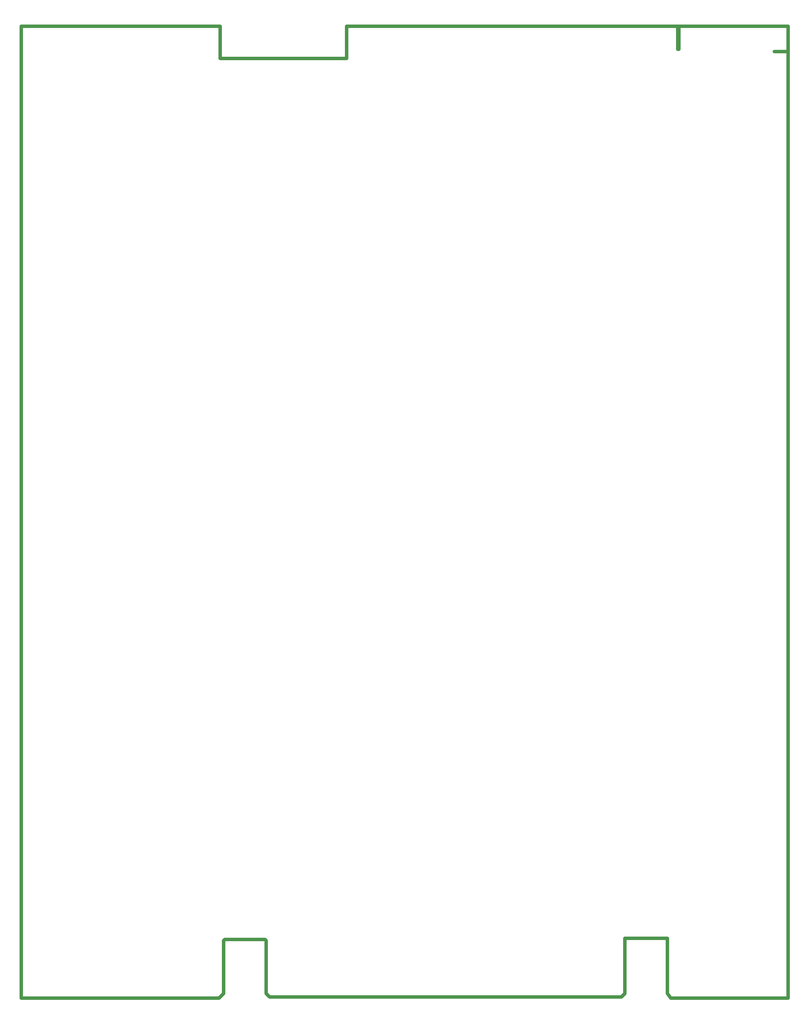
<source format=gbr>
%TF.GenerationSoftware,KiCad,Pcbnew,6.0.10-86aedd382b~118~ubuntu22.04.1*%
%TF.CreationDate,2023-02-04T15:51:51-05:00*%
%TF.ProjectId,coleco_original,636f6c65-636f-45f6-9f72-6967696e616c,rev?*%
%TF.SameCoordinates,Original*%
%TF.FileFunction,Other,User*%
%FSLAX46Y46*%
G04 Gerber Fmt 4.6, Leading zero omitted, Abs format (unit mm)*
G04 Created by KiCad (PCBNEW 6.0.10-86aedd382b~118~ubuntu22.04.1) date 2023-02-04 15:51:51*
%MOMM*%
%LPD*%
G01*
G04 APERTURE LIST*
%ADD10C,0.800000*%
G04 APERTURE END LIST*
D10*
X157226000Y-231279000D02*
X157226000Y-219087000D01*
X77978000Y-231025000D02*
X77978000Y-231279000D01*
X169418000Y-17665000D02*
X169164000Y-17665000D01*
X167386000Y-232295000D02*
X193294000Y-232295000D01*
X166624000Y-231279000D02*
X167386000Y-232295000D01*
X23876000Y-232295000D02*
X67564000Y-232295000D01*
X166624000Y-219087000D02*
X166624000Y-231025000D01*
X68580000Y-219595000D02*
X68834000Y-219341000D01*
X157226000Y-219087000D02*
X166624000Y-219087000D01*
X193294000Y-23253000D02*
X193294000Y-17665000D01*
X68580000Y-219849000D02*
X68580000Y-219595000D01*
X68834000Y-219341000D02*
X77724000Y-219341000D01*
X193294000Y-23253000D02*
X190246000Y-23253000D01*
X78740000Y-232041000D02*
X156464000Y-232041000D01*
X168910000Y-22745000D02*
X168910000Y-17665000D01*
X169164000Y-22745000D02*
X168910000Y-22745000D01*
X77978000Y-219595000D02*
X77978000Y-231025000D01*
X193294000Y-17665000D02*
X169418000Y-17665000D01*
X67818000Y-17665000D02*
X23876000Y-17665000D01*
X95758000Y-24777000D02*
X67818000Y-24777000D01*
X166624000Y-231025000D02*
X166624000Y-231279000D01*
X95758000Y-17665000D02*
X95758000Y-24777000D01*
X193294000Y-232295000D02*
X193294000Y-23253000D01*
X23876000Y-17665000D02*
X23876000Y-232295000D01*
X168910000Y-17665000D02*
X95758000Y-17665000D01*
X67818000Y-24777000D02*
X67818000Y-17665000D01*
X67564000Y-232295000D02*
X68580000Y-231279000D01*
X169164000Y-17665000D02*
X169164000Y-22745000D01*
X77724000Y-219341000D02*
X77978000Y-219595000D01*
X156464000Y-232041000D02*
X157226000Y-231279000D01*
X68580000Y-231279000D02*
X68580000Y-219849000D01*
X78740000Y-232041000D02*
X77978000Y-231279000D01*
M02*

</source>
